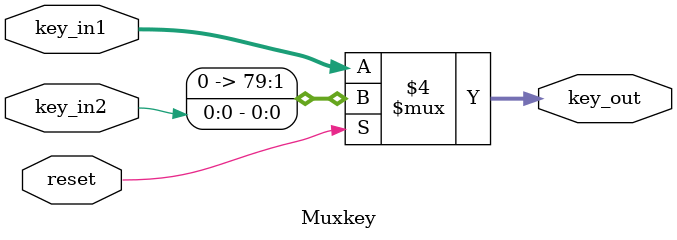
<source format=v>
`timescale 1ns / 1ps


module Muxkey(
    input [79:0] key_in1,
    input [0:0] key_in2,
    input reset,
    output reg [79:0] key_out
    );
 always @(key_in1 or key_in2 or reset)
 if (reset== 0)
 key_out = key_in1;
 else key_out = key_in2;
endmodule

</source>
